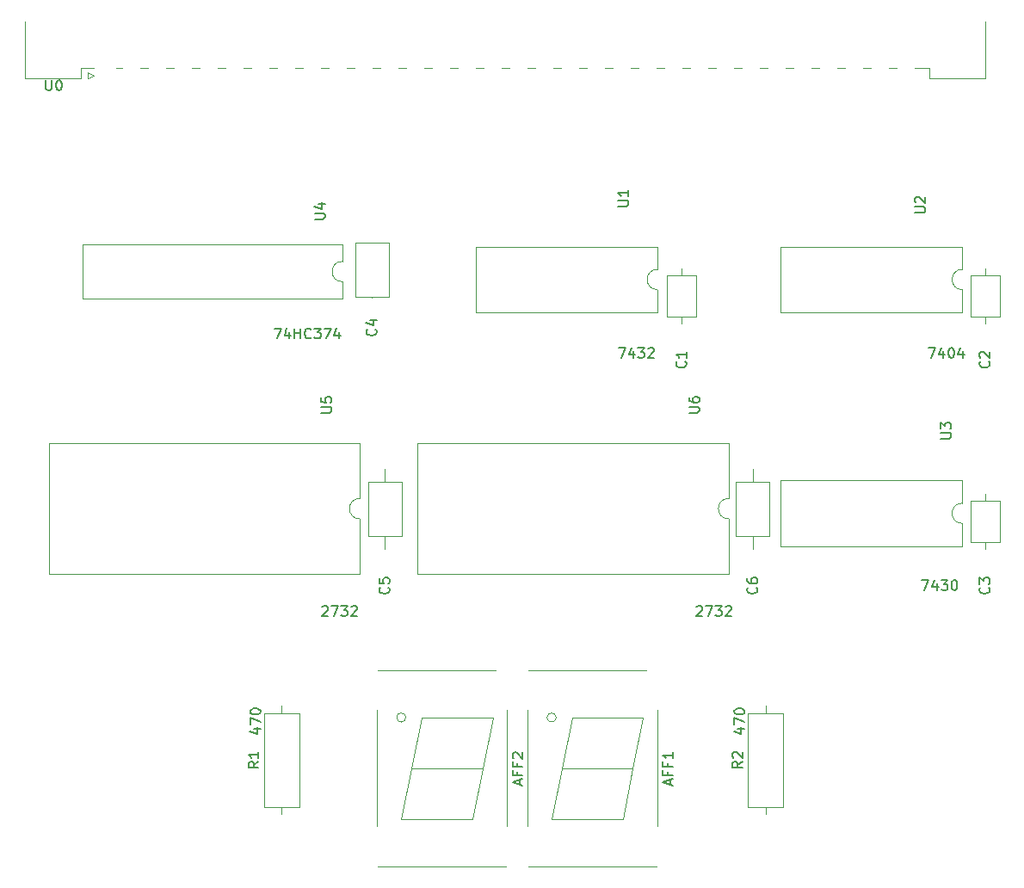
<source format=gbr>
%TF.GenerationSoftware,KiCad,Pcbnew,(5.1.12)-1*%
%TF.CreationDate,2022-04-03T13:26:01+02:00*%
%TF.ProjectId,ec1834-post,65633138-3334-42d7-906f-73742e6b6963,rev?*%
%TF.SameCoordinates,Original*%
%TF.FileFunction,Legend,Top*%
%TF.FilePolarity,Positive*%
%FSLAX46Y46*%
G04 Gerber Fmt 4.6, Leading zero omitted, Abs format (unit mm)*
G04 Created by KiCad (PCBNEW (5.1.12)-1) date 2022-04-03 13:26:01*
%MOMM*%
%LPD*%
G01*
G04 APERTURE LIST*
%ADD10C,0.150000*%
%ADD11C,0.120000*%
G04 APERTURE END LIST*
D10*
X87185714Y-78287619D02*
X87233333Y-78240000D01*
X87328571Y-78192380D01*
X87566666Y-78192380D01*
X87661904Y-78240000D01*
X87709523Y-78287619D01*
X87757142Y-78382857D01*
X87757142Y-78478095D01*
X87709523Y-78620952D01*
X87138095Y-79192380D01*
X87757142Y-79192380D01*
X88090476Y-78192380D02*
X88757142Y-78192380D01*
X88328571Y-79192380D01*
X89042857Y-78192380D02*
X89661904Y-78192380D01*
X89328571Y-78573333D01*
X89471428Y-78573333D01*
X89566666Y-78620952D01*
X89614285Y-78668571D01*
X89661904Y-78763809D01*
X89661904Y-79001904D01*
X89614285Y-79097142D01*
X89566666Y-79144761D01*
X89471428Y-79192380D01*
X89185714Y-79192380D01*
X89090476Y-79144761D01*
X89042857Y-79097142D01*
X90042857Y-78287619D02*
X90090476Y-78240000D01*
X90185714Y-78192380D01*
X90423809Y-78192380D01*
X90519047Y-78240000D01*
X90566666Y-78287619D01*
X90614285Y-78382857D01*
X90614285Y-78478095D01*
X90566666Y-78620952D01*
X89995238Y-79192380D01*
X90614285Y-79192380D01*
X43600714Y-90296904D02*
X44267380Y-90296904D01*
X43219761Y-90535000D02*
X43934047Y-90773095D01*
X43934047Y-90154047D01*
X43267380Y-89868333D02*
X43267380Y-89201666D01*
X44267380Y-89630238D01*
X43267380Y-88630238D02*
X43267380Y-88535000D01*
X43315000Y-88439761D01*
X43362619Y-88392142D01*
X43457857Y-88344523D01*
X43648333Y-88296904D01*
X43886428Y-88296904D01*
X44076904Y-88344523D01*
X44172142Y-88392142D01*
X44219761Y-88439761D01*
X44267380Y-88535000D01*
X44267380Y-88630238D01*
X44219761Y-88725476D01*
X44172142Y-88773095D01*
X44076904Y-88820714D01*
X43886428Y-88868333D01*
X43648333Y-88868333D01*
X43457857Y-88820714D01*
X43362619Y-88773095D01*
X43315000Y-88725476D01*
X43267380Y-88630238D01*
X91225714Y-90296904D02*
X91892380Y-90296904D01*
X90844761Y-90535000D02*
X91559047Y-90773095D01*
X91559047Y-90154047D01*
X90892380Y-89868333D02*
X90892380Y-89201666D01*
X91892380Y-89630238D01*
X90892380Y-88630238D02*
X90892380Y-88535000D01*
X90940000Y-88439761D01*
X90987619Y-88392142D01*
X91082857Y-88344523D01*
X91273333Y-88296904D01*
X91511428Y-88296904D01*
X91701904Y-88344523D01*
X91797142Y-88392142D01*
X91844761Y-88439761D01*
X91892380Y-88535000D01*
X91892380Y-88630238D01*
X91844761Y-88725476D01*
X91797142Y-88773095D01*
X91701904Y-88820714D01*
X91511428Y-88868333D01*
X91273333Y-88868333D01*
X91082857Y-88820714D01*
X90987619Y-88773095D01*
X90940000Y-88725476D01*
X90892380Y-88630238D01*
X109363095Y-75652380D02*
X110029761Y-75652380D01*
X109601190Y-76652380D01*
X110839285Y-75985714D02*
X110839285Y-76652380D01*
X110601190Y-75604761D02*
X110363095Y-76319047D01*
X110982142Y-76319047D01*
X111267857Y-75652380D02*
X111886904Y-75652380D01*
X111553571Y-76033333D01*
X111696428Y-76033333D01*
X111791666Y-76080952D01*
X111839285Y-76128571D01*
X111886904Y-76223809D01*
X111886904Y-76461904D01*
X111839285Y-76557142D01*
X111791666Y-76604761D01*
X111696428Y-76652380D01*
X111410714Y-76652380D01*
X111315476Y-76604761D01*
X111267857Y-76557142D01*
X112505952Y-75652380D02*
X112601190Y-75652380D01*
X112696428Y-75700000D01*
X112744047Y-75747619D01*
X112791666Y-75842857D01*
X112839285Y-76033333D01*
X112839285Y-76271428D01*
X112791666Y-76461904D01*
X112744047Y-76557142D01*
X112696428Y-76604761D01*
X112601190Y-76652380D01*
X112505952Y-76652380D01*
X112410714Y-76604761D01*
X112363095Y-76557142D01*
X112315476Y-76461904D01*
X112267857Y-76271428D01*
X112267857Y-76033333D01*
X112315476Y-75842857D01*
X112363095Y-75747619D01*
X112410714Y-75700000D01*
X112505952Y-75652380D01*
X50355714Y-78287619D02*
X50403333Y-78240000D01*
X50498571Y-78192380D01*
X50736666Y-78192380D01*
X50831904Y-78240000D01*
X50879523Y-78287619D01*
X50927142Y-78382857D01*
X50927142Y-78478095D01*
X50879523Y-78620952D01*
X50308095Y-79192380D01*
X50927142Y-79192380D01*
X51260476Y-78192380D02*
X51927142Y-78192380D01*
X51498571Y-79192380D01*
X52212857Y-78192380D02*
X52831904Y-78192380D01*
X52498571Y-78573333D01*
X52641428Y-78573333D01*
X52736666Y-78620952D01*
X52784285Y-78668571D01*
X52831904Y-78763809D01*
X52831904Y-79001904D01*
X52784285Y-79097142D01*
X52736666Y-79144761D01*
X52641428Y-79192380D01*
X52355714Y-79192380D01*
X52260476Y-79144761D01*
X52212857Y-79097142D01*
X53212857Y-78287619D02*
X53260476Y-78240000D01*
X53355714Y-78192380D01*
X53593809Y-78192380D01*
X53689047Y-78240000D01*
X53736666Y-78287619D01*
X53784285Y-78382857D01*
X53784285Y-78478095D01*
X53736666Y-78620952D01*
X53165238Y-79192380D01*
X53784285Y-79192380D01*
X45633095Y-50887380D02*
X46299761Y-50887380D01*
X45871190Y-51887380D01*
X47109285Y-51220714D02*
X47109285Y-51887380D01*
X46871190Y-50839761D02*
X46633095Y-51554047D01*
X47252142Y-51554047D01*
X47633095Y-51887380D02*
X47633095Y-50887380D01*
X47633095Y-51363571D02*
X48204523Y-51363571D01*
X48204523Y-51887380D02*
X48204523Y-50887380D01*
X49252142Y-51792142D02*
X49204523Y-51839761D01*
X49061666Y-51887380D01*
X48966428Y-51887380D01*
X48823571Y-51839761D01*
X48728333Y-51744523D01*
X48680714Y-51649285D01*
X48633095Y-51458809D01*
X48633095Y-51315952D01*
X48680714Y-51125476D01*
X48728333Y-51030238D01*
X48823571Y-50935000D01*
X48966428Y-50887380D01*
X49061666Y-50887380D01*
X49204523Y-50935000D01*
X49252142Y-50982619D01*
X49585476Y-50887380D02*
X50204523Y-50887380D01*
X49871190Y-51268333D01*
X50014047Y-51268333D01*
X50109285Y-51315952D01*
X50156904Y-51363571D01*
X50204523Y-51458809D01*
X50204523Y-51696904D01*
X50156904Y-51792142D01*
X50109285Y-51839761D01*
X50014047Y-51887380D01*
X49728333Y-51887380D01*
X49633095Y-51839761D01*
X49585476Y-51792142D01*
X50537857Y-50887380D02*
X51204523Y-50887380D01*
X50775952Y-51887380D01*
X52014047Y-51220714D02*
X52014047Y-51887380D01*
X51775952Y-50839761D02*
X51537857Y-51554047D01*
X52156904Y-51554047D01*
X79518095Y-52792380D02*
X80184761Y-52792380D01*
X79756190Y-53792380D01*
X80994285Y-53125714D02*
X80994285Y-53792380D01*
X80756190Y-52744761D02*
X80518095Y-53459047D01*
X81137142Y-53459047D01*
X81422857Y-52792380D02*
X82041904Y-52792380D01*
X81708571Y-53173333D01*
X81851428Y-53173333D01*
X81946666Y-53220952D01*
X81994285Y-53268571D01*
X82041904Y-53363809D01*
X82041904Y-53601904D01*
X81994285Y-53697142D01*
X81946666Y-53744761D01*
X81851428Y-53792380D01*
X81565714Y-53792380D01*
X81470476Y-53744761D01*
X81422857Y-53697142D01*
X82422857Y-52887619D02*
X82470476Y-52840000D01*
X82565714Y-52792380D01*
X82803809Y-52792380D01*
X82899047Y-52840000D01*
X82946666Y-52887619D01*
X82994285Y-52982857D01*
X82994285Y-53078095D01*
X82946666Y-53220952D01*
X82375238Y-53792380D01*
X82994285Y-53792380D01*
X109998095Y-52792380D02*
X110664761Y-52792380D01*
X110236190Y-53792380D01*
X111474285Y-53125714D02*
X111474285Y-53792380D01*
X111236190Y-52744761D02*
X110998095Y-53459047D01*
X111617142Y-53459047D01*
X112188571Y-52792380D02*
X112283809Y-52792380D01*
X112379047Y-52840000D01*
X112426666Y-52887619D01*
X112474285Y-52982857D01*
X112521904Y-53173333D01*
X112521904Y-53411428D01*
X112474285Y-53601904D01*
X112426666Y-53697142D01*
X112379047Y-53744761D01*
X112283809Y-53792380D01*
X112188571Y-53792380D01*
X112093333Y-53744761D01*
X112045714Y-53697142D01*
X111998095Y-53601904D01*
X111950476Y-53411428D01*
X111950476Y-53173333D01*
X111998095Y-52982857D01*
X112045714Y-52887619D01*
X112093333Y-52840000D01*
X112188571Y-52792380D01*
X113379047Y-53125714D02*
X113379047Y-53792380D01*
X113140952Y-52744761D02*
X112902857Y-53459047D01*
X113521904Y-53459047D01*
D11*
%TO.C,C1*%
X85725000Y-44975000D02*
X85725000Y-45665000D01*
X85725000Y-50395000D02*
X85725000Y-49705000D01*
X84305000Y-45665000D02*
X84305000Y-49705000D01*
X87145000Y-45665000D02*
X84305000Y-45665000D01*
X87145000Y-49705000D02*
X87145000Y-45665000D01*
X84305000Y-49705000D02*
X87145000Y-49705000D01*
%TO.C,U2*%
X113330000Y-45080000D02*
X113330000Y-42845000D01*
X113330000Y-42845000D02*
X95430000Y-42845000D01*
X95430000Y-42845000D02*
X95430000Y-49315000D01*
X95430000Y-49315000D02*
X113330000Y-49315000D01*
X113330000Y-49315000D02*
X113330000Y-47080000D01*
X113330000Y-47080000D02*
G75*
G02*
X113330000Y-45080000I0J1000000D01*
G01*
%TO.C,U5*%
X54035000Y-67620000D02*
X54035000Y-62160000D01*
X54035000Y-62160000D02*
X23435000Y-62160000D01*
X23435000Y-62160000D02*
X23435000Y-75080000D01*
X23435000Y-75080000D02*
X54035000Y-75080000D01*
X54035000Y-75080000D02*
X54035000Y-69620000D01*
X54035000Y-69620000D02*
G75*
G02*
X54035000Y-67620000I0J1000000D01*
G01*
%TO.C,C6*%
X92710000Y-64700000D02*
X92710000Y-65990000D01*
X92710000Y-72620000D02*
X92710000Y-71330000D01*
X91040000Y-65990000D02*
X91040000Y-71330000D01*
X94380000Y-65990000D02*
X91040000Y-65990000D01*
X94380000Y-71330000D02*
X94380000Y-65990000D01*
X91040000Y-71330000D02*
X94380000Y-71330000D01*
%TO.C,C5*%
X56515000Y-64700000D02*
X56515000Y-65990000D01*
X56515000Y-72620000D02*
X56515000Y-71330000D01*
X54845000Y-65990000D02*
X54845000Y-71330000D01*
X58185000Y-65990000D02*
X54845000Y-65990000D01*
X58185000Y-71330000D02*
X58185000Y-65990000D01*
X54845000Y-71330000D02*
X58185000Y-71330000D01*
%TO.C,C4*%
X55245000Y-42435000D02*
X55245000Y-42475000D01*
X55245000Y-47855000D02*
X55245000Y-47815000D01*
X53575000Y-42475000D02*
X53575000Y-47815000D01*
X56915000Y-42475000D02*
X53575000Y-42475000D01*
X56915000Y-47815000D02*
X56915000Y-42475000D01*
X53575000Y-47815000D02*
X56915000Y-47815000D01*
%TO.C,C3*%
X115570000Y-67200000D02*
X115570000Y-67890000D01*
X115570000Y-72620000D02*
X115570000Y-71930000D01*
X114150000Y-67890000D02*
X114150000Y-71930000D01*
X116990000Y-67890000D02*
X114150000Y-67890000D01*
X116990000Y-71930000D02*
X116990000Y-67890000D01*
X114150000Y-71930000D02*
X116990000Y-71930000D01*
%TO.C,C2*%
X115570000Y-44975000D02*
X115570000Y-45665000D01*
X115570000Y-50395000D02*
X115570000Y-49705000D01*
X114150000Y-45665000D02*
X114150000Y-49705000D01*
X116990000Y-45665000D02*
X114150000Y-45665000D01*
X116990000Y-49705000D02*
X116990000Y-45665000D01*
X114150000Y-49705000D02*
X116990000Y-49705000D01*
%TO.C,U1*%
X83330000Y-45080000D02*
X83330000Y-42845000D01*
X83330000Y-42845000D02*
X65430000Y-42845000D01*
X65430000Y-42845000D02*
X65430000Y-49315000D01*
X65430000Y-49315000D02*
X83330000Y-49315000D01*
X83330000Y-49315000D02*
X83330000Y-47080000D01*
X83330000Y-47080000D02*
G75*
G02*
X83330000Y-45080000I0J1000000D01*
G01*
%TO.C,U4*%
X52330000Y-44295000D02*
X52330000Y-42645000D01*
X52330000Y-42645000D02*
X26810000Y-42645000D01*
X26810000Y-42645000D02*
X26810000Y-47945000D01*
X26810000Y-47945000D02*
X52330000Y-47945000D01*
X52330000Y-47945000D02*
X52330000Y-46295000D01*
X52330000Y-46295000D02*
G75*
G02*
X52330000Y-44295000I0J1000000D01*
G01*
%TO.C,U0*%
X21110000Y-20700000D02*
X21110000Y-26260000D01*
X21110000Y-26260000D02*
X26630000Y-26260000D01*
X26630000Y-26260000D02*
X26630000Y-25260000D01*
X115630000Y-20700000D02*
X115630000Y-26260000D01*
X115630000Y-26260000D02*
X110110000Y-26260000D01*
X110110000Y-26260000D02*
X110110000Y-25260000D01*
X26629000Y-25260000D02*
X27905000Y-25260000D01*
X30095000Y-25260000D02*
X30671000Y-25260000D01*
X32410000Y-25260000D02*
X33211000Y-25260000D01*
X34950000Y-25260000D02*
X35751000Y-25260000D01*
X37490000Y-25260000D02*
X38291000Y-25260000D01*
X40030000Y-25260000D02*
X40831000Y-25260000D01*
X42570000Y-25260000D02*
X43371000Y-25260000D01*
X45110000Y-25260000D02*
X45911000Y-25260000D01*
X47650000Y-25260000D02*
X48451000Y-25260000D01*
X50190000Y-25260000D02*
X50991000Y-25260000D01*
X52730000Y-25260000D02*
X53531000Y-25260000D01*
X55270000Y-25260000D02*
X56071000Y-25260000D01*
X57810000Y-25260000D02*
X58611000Y-25260000D01*
X60350000Y-25260000D02*
X61151000Y-25260000D01*
X62890000Y-25260000D02*
X63691000Y-25260000D01*
X65430000Y-25260000D02*
X66231000Y-25260000D01*
X67970000Y-25260000D02*
X68771000Y-25260000D01*
X70510000Y-25260000D02*
X71311000Y-25260000D01*
X73050000Y-25260000D02*
X73851000Y-25260000D01*
X75590000Y-25260000D02*
X76391000Y-25260000D01*
X78130000Y-25260000D02*
X78931000Y-25260000D01*
X80670000Y-25260000D02*
X81471000Y-25260000D01*
X83210000Y-25260000D02*
X84011000Y-25260000D01*
X85750000Y-25260000D02*
X86551000Y-25260000D01*
X88290000Y-25260000D02*
X89091000Y-25260000D01*
X90830000Y-25260000D02*
X91631000Y-25260000D01*
X93370000Y-25260000D02*
X94171000Y-25260000D01*
X95910000Y-25260000D02*
X96711000Y-25260000D01*
X98450000Y-25260000D02*
X99251000Y-25260000D01*
X100990000Y-25260000D02*
X101791000Y-25260000D01*
X103530000Y-25260000D02*
X104331000Y-25260000D01*
X106070000Y-25260000D02*
X106871000Y-25260000D01*
X108610000Y-25260000D02*
X110110000Y-25260000D01*
X27905000Y-26000000D02*
X27305000Y-25700000D01*
X27305000Y-25700000D02*
X27305000Y-26300000D01*
X27305000Y-26300000D02*
X27905000Y-26000000D01*
%TO.C,U6*%
X90330000Y-67620000D02*
X90330000Y-62160000D01*
X90330000Y-62160000D02*
X59730000Y-62160000D01*
X59730000Y-62160000D02*
X59730000Y-75080000D01*
X59730000Y-75080000D02*
X90330000Y-75080000D01*
X90330000Y-75080000D02*
X90330000Y-69620000D01*
X90330000Y-69620000D02*
G75*
G02*
X90330000Y-67620000I0J1000000D01*
G01*
%TO.C,U3*%
X113330000Y-68080000D02*
X113330000Y-65845000D01*
X113330000Y-65845000D02*
X95430000Y-65845000D01*
X95430000Y-65845000D02*
X95430000Y-72315000D01*
X95430000Y-72315000D02*
X113330000Y-72315000D01*
X113330000Y-72315000D02*
X113330000Y-70080000D01*
X113330000Y-70080000D02*
G75*
G02*
X113330000Y-68080000I0J1000000D01*
G01*
%TO.C,R2*%
X92260000Y-97965000D02*
X95700000Y-97965000D01*
X95700000Y-97965000D02*
X95700000Y-88725000D01*
X95700000Y-88725000D02*
X92260000Y-88725000D01*
X92260000Y-88725000D02*
X92260000Y-97965000D01*
X93980000Y-98655000D02*
X93980000Y-97965000D01*
X93980000Y-88035000D02*
X93980000Y-88725000D01*
%TO.C,R1*%
X44635000Y-97965000D02*
X48075000Y-97965000D01*
X48075000Y-97965000D02*
X48075000Y-88725000D01*
X48075000Y-88725000D02*
X44635000Y-88725000D01*
X44635000Y-88725000D02*
X44635000Y-97965000D01*
X46355000Y-98655000D02*
X46355000Y-97965000D01*
X46355000Y-88035000D02*
X46355000Y-88725000D01*
%TO.C,AFF2*%
X58577214Y-89175000D02*
G75*
G03*
X58577214Y-89175000I-447214J0D01*
G01*
X65130000Y-99175000D02*
X58130000Y-99175000D01*
X59130000Y-94175000D02*
X66130000Y-94175000D01*
X58130000Y-99175000D02*
X59130000Y-94175000D01*
X60130000Y-89175000D02*
X59130000Y-94175000D01*
X67130000Y-89175000D02*
X60130000Y-89175000D01*
X66130000Y-94175000D02*
X67130000Y-89175000D01*
X65130000Y-99175000D02*
X66130000Y-94175000D01*
X55830000Y-103810000D02*
X68430000Y-103810000D01*
X67430000Y-84540000D02*
X55830000Y-84540000D01*
X55720000Y-88460000D02*
X55720000Y-99890000D01*
X68540000Y-88460000D02*
X68540000Y-99890000D01*
%TO.C,AFF1*%
X73367214Y-89175000D02*
G75*
G03*
X73367214Y-89175000I-447214J0D01*
G01*
X79920000Y-99175000D02*
X72920000Y-99175000D01*
X73920000Y-94175000D02*
X80920000Y-94175000D01*
X72920000Y-99175000D02*
X73920000Y-94175000D01*
X74920000Y-89175000D02*
X73920000Y-94175000D01*
X81920000Y-89175000D02*
X74920000Y-89175000D01*
X80920000Y-94175000D02*
X81920000Y-89175000D01*
X79920000Y-99175000D02*
X80920000Y-94175000D01*
X70620000Y-103810000D02*
X83220000Y-103810000D01*
X82220000Y-84540000D02*
X70620000Y-84540000D01*
X70510000Y-88460000D02*
X70510000Y-99890000D01*
X83330000Y-88460000D02*
X83330000Y-99890000D01*
%TO.C,C1*%
D10*
X86082142Y-54141666D02*
X86129761Y-54189285D01*
X86177380Y-54332142D01*
X86177380Y-54427380D01*
X86129761Y-54570238D01*
X86034523Y-54665476D01*
X85939285Y-54713095D01*
X85748809Y-54760714D01*
X85605952Y-54760714D01*
X85415476Y-54713095D01*
X85320238Y-54665476D01*
X85225000Y-54570238D01*
X85177380Y-54427380D01*
X85177380Y-54332142D01*
X85225000Y-54189285D01*
X85272619Y-54141666D01*
X86177380Y-53189285D02*
X86177380Y-53760714D01*
X86177380Y-53475000D02*
X85177380Y-53475000D01*
X85320238Y-53570238D01*
X85415476Y-53665476D01*
X85463095Y-53760714D01*
%TO.C,U2*%
X108672380Y-39496904D02*
X109481904Y-39496904D01*
X109577142Y-39449285D01*
X109624761Y-39401666D01*
X109672380Y-39306428D01*
X109672380Y-39115952D01*
X109624761Y-39020714D01*
X109577142Y-38973095D01*
X109481904Y-38925476D01*
X108672380Y-38925476D01*
X108767619Y-38496904D02*
X108720000Y-38449285D01*
X108672380Y-38354047D01*
X108672380Y-38115952D01*
X108720000Y-38020714D01*
X108767619Y-37973095D01*
X108862857Y-37925476D01*
X108958095Y-37925476D01*
X109100952Y-37973095D01*
X109672380Y-38544523D01*
X109672380Y-37925476D01*
%TO.C,U5*%
X50252380Y-59181904D02*
X51061904Y-59181904D01*
X51157142Y-59134285D01*
X51204761Y-59086666D01*
X51252380Y-58991428D01*
X51252380Y-58800952D01*
X51204761Y-58705714D01*
X51157142Y-58658095D01*
X51061904Y-58610476D01*
X50252380Y-58610476D01*
X50252380Y-57658095D02*
X50252380Y-58134285D01*
X50728571Y-58181904D01*
X50680952Y-58134285D01*
X50633333Y-58039047D01*
X50633333Y-57800952D01*
X50680952Y-57705714D01*
X50728571Y-57658095D01*
X50823809Y-57610476D01*
X51061904Y-57610476D01*
X51157142Y-57658095D01*
X51204761Y-57705714D01*
X51252380Y-57800952D01*
X51252380Y-58039047D01*
X51204761Y-58134285D01*
X51157142Y-58181904D01*
%TO.C,C6*%
X93067142Y-76366666D02*
X93114761Y-76414285D01*
X93162380Y-76557142D01*
X93162380Y-76652380D01*
X93114761Y-76795238D01*
X93019523Y-76890476D01*
X92924285Y-76938095D01*
X92733809Y-76985714D01*
X92590952Y-76985714D01*
X92400476Y-76938095D01*
X92305238Y-76890476D01*
X92210000Y-76795238D01*
X92162380Y-76652380D01*
X92162380Y-76557142D01*
X92210000Y-76414285D01*
X92257619Y-76366666D01*
X92162380Y-75509523D02*
X92162380Y-75700000D01*
X92210000Y-75795238D01*
X92257619Y-75842857D01*
X92400476Y-75938095D01*
X92590952Y-75985714D01*
X92971904Y-75985714D01*
X93067142Y-75938095D01*
X93114761Y-75890476D01*
X93162380Y-75795238D01*
X93162380Y-75604761D01*
X93114761Y-75509523D01*
X93067142Y-75461904D01*
X92971904Y-75414285D01*
X92733809Y-75414285D01*
X92638571Y-75461904D01*
X92590952Y-75509523D01*
X92543333Y-75604761D01*
X92543333Y-75795238D01*
X92590952Y-75890476D01*
X92638571Y-75938095D01*
X92733809Y-75985714D01*
%TO.C,C5*%
X56872142Y-76366666D02*
X56919761Y-76414285D01*
X56967380Y-76557142D01*
X56967380Y-76652380D01*
X56919761Y-76795238D01*
X56824523Y-76890476D01*
X56729285Y-76938095D01*
X56538809Y-76985714D01*
X56395952Y-76985714D01*
X56205476Y-76938095D01*
X56110238Y-76890476D01*
X56015000Y-76795238D01*
X55967380Y-76652380D01*
X55967380Y-76557142D01*
X56015000Y-76414285D01*
X56062619Y-76366666D01*
X55967380Y-75461904D02*
X55967380Y-75938095D01*
X56443571Y-75985714D01*
X56395952Y-75938095D01*
X56348333Y-75842857D01*
X56348333Y-75604761D01*
X56395952Y-75509523D01*
X56443571Y-75461904D01*
X56538809Y-75414285D01*
X56776904Y-75414285D01*
X56872142Y-75461904D01*
X56919761Y-75509523D01*
X56967380Y-75604761D01*
X56967380Y-75842857D01*
X56919761Y-75938095D01*
X56872142Y-75985714D01*
%TO.C,C4*%
X55602142Y-50966666D02*
X55649761Y-51014285D01*
X55697380Y-51157142D01*
X55697380Y-51252380D01*
X55649761Y-51395238D01*
X55554523Y-51490476D01*
X55459285Y-51538095D01*
X55268809Y-51585714D01*
X55125952Y-51585714D01*
X54935476Y-51538095D01*
X54840238Y-51490476D01*
X54745000Y-51395238D01*
X54697380Y-51252380D01*
X54697380Y-51157142D01*
X54745000Y-51014285D01*
X54792619Y-50966666D01*
X55030714Y-50109523D02*
X55697380Y-50109523D01*
X54649761Y-50347619D02*
X55364047Y-50585714D01*
X55364047Y-49966666D01*
%TO.C,C3*%
X115927142Y-76366666D02*
X115974761Y-76414285D01*
X116022380Y-76557142D01*
X116022380Y-76652380D01*
X115974761Y-76795238D01*
X115879523Y-76890476D01*
X115784285Y-76938095D01*
X115593809Y-76985714D01*
X115450952Y-76985714D01*
X115260476Y-76938095D01*
X115165238Y-76890476D01*
X115070000Y-76795238D01*
X115022380Y-76652380D01*
X115022380Y-76557142D01*
X115070000Y-76414285D01*
X115117619Y-76366666D01*
X115022380Y-76033333D02*
X115022380Y-75414285D01*
X115403333Y-75747619D01*
X115403333Y-75604761D01*
X115450952Y-75509523D01*
X115498571Y-75461904D01*
X115593809Y-75414285D01*
X115831904Y-75414285D01*
X115927142Y-75461904D01*
X115974761Y-75509523D01*
X116022380Y-75604761D01*
X116022380Y-75890476D01*
X115974761Y-75985714D01*
X115927142Y-76033333D01*
%TO.C,C2*%
X115927142Y-54141666D02*
X115974761Y-54189285D01*
X116022380Y-54332142D01*
X116022380Y-54427380D01*
X115974761Y-54570238D01*
X115879523Y-54665476D01*
X115784285Y-54713095D01*
X115593809Y-54760714D01*
X115450952Y-54760714D01*
X115260476Y-54713095D01*
X115165238Y-54665476D01*
X115070000Y-54570238D01*
X115022380Y-54427380D01*
X115022380Y-54332142D01*
X115070000Y-54189285D01*
X115117619Y-54141666D01*
X115117619Y-53760714D02*
X115070000Y-53713095D01*
X115022380Y-53617857D01*
X115022380Y-53379761D01*
X115070000Y-53284523D01*
X115117619Y-53236904D01*
X115212857Y-53189285D01*
X115308095Y-53189285D01*
X115450952Y-53236904D01*
X116022380Y-53808333D01*
X116022380Y-53189285D01*
%TO.C,U1*%
X79462380Y-38861904D02*
X80271904Y-38861904D01*
X80367142Y-38814285D01*
X80414761Y-38766666D01*
X80462380Y-38671428D01*
X80462380Y-38480952D01*
X80414761Y-38385714D01*
X80367142Y-38338095D01*
X80271904Y-38290476D01*
X79462380Y-38290476D01*
X80462380Y-37290476D02*
X80462380Y-37861904D01*
X80462380Y-37576190D02*
X79462380Y-37576190D01*
X79605238Y-37671428D01*
X79700476Y-37766666D01*
X79748095Y-37861904D01*
%TO.C,U4*%
X49617380Y-40131904D02*
X50426904Y-40131904D01*
X50522142Y-40084285D01*
X50569761Y-40036666D01*
X50617380Y-39941428D01*
X50617380Y-39750952D01*
X50569761Y-39655714D01*
X50522142Y-39608095D01*
X50426904Y-39560476D01*
X49617380Y-39560476D01*
X49950714Y-38655714D02*
X50617380Y-38655714D01*
X49569761Y-38893809D02*
X50284047Y-39131904D01*
X50284047Y-38512857D01*
%TO.C,U0*%
X23158095Y-26452380D02*
X23158095Y-27261904D01*
X23205714Y-27357142D01*
X23253333Y-27404761D01*
X23348571Y-27452380D01*
X23539047Y-27452380D01*
X23634285Y-27404761D01*
X23681904Y-27357142D01*
X23729523Y-27261904D01*
X23729523Y-26452380D01*
X24396190Y-26452380D02*
X24491428Y-26452380D01*
X24586666Y-26500000D01*
X24634285Y-26547619D01*
X24681904Y-26642857D01*
X24729523Y-26833333D01*
X24729523Y-27071428D01*
X24681904Y-27261904D01*
X24634285Y-27357142D01*
X24586666Y-27404761D01*
X24491428Y-27452380D01*
X24396190Y-27452380D01*
X24300952Y-27404761D01*
X24253333Y-27357142D01*
X24205714Y-27261904D01*
X24158095Y-27071428D01*
X24158095Y-26833333D01*
X24205714Y-26642857D01*
X24253333Y-26547619D01*
X24300952Y-26500000D01*
X24396190Y-26452380D01*
%TO.C,U6*%
X86447380Y-59181904D02*
X87256904Y-59181904D01*
X87352142Y-59134285D01*
X87399761Y-59086666D01*
X87447380Y-58991428D01*
X87447380Y-58800952D01*
X87399761Y-58705714D01*
X87352142Y-58658095D01*
X87256904Y-58610476D01*
X86447380Y-58610476D01*
X86447380Y-57705714D02*
X86447380Y-57896190D01*
X86495000Y-57991428D01*
X86542619Y-58039047D01*
X86685476Y-58134285D01*
X86875952Y-58181904D01*
X87256904Y-58181904D01*
X87352142Y-58134285D01*
X87399761Y-58086666D01*
X87447380Y-57991428D01*
X87447380Y-57800952D01*
X87399761Y-57705714D01*
X87352142Y-57658095D01*
X87256904Y-57610476D01*
X87018809Y-57610476D01*
X86923571Y-57658095D01*
X86875952Y-57705714D01*
X86828333Y-57800952D01*
X86828333Y-57991428D01*
X86875952Y-58086666D01*
X86923571Y-58134285D01*
X87018809Y-58181904D01*
%TO.C,U3*%
X111212380Y-61721904D02*
X112021904Y-61721904D01*
X112117142Y-61674285D01*
X112164761Y-61626666D01*
X112212380Y-61531428D01*
X112212380Y-61340952D01*
X112164761Y-61245714D01*
X112117142Y-61198095D01*
X112021904Y-61150476D01*
X111212380Y-61150476D01*
X111212380Y-60769523D02*
X111212380Y-60150476D01*
X111593333Y-60483809D01*
X111593333Y-60340952D01*
X111640952Y-60245714D01*
X111688571Y-60198095D01*
X111783809Y-60150476D01*
X112021904Y-60150476D01*
X112117142Y-60198095D01*
X112164761Y-60245714D01*
X112212380Y-60340952D01*
X112212380Y-60626666D01*
X112164761Y-60721904D01*
X112117142Y-60769523D01*
%TO.C,R2*%
X91712380Y-93511666D02*
X91236190Y-93845000D01*
X91712380Y-94083095D02*
X90712380Y-94083095D01*
X90712380Y-93702142D01*
X90760000Y-93606904D01*
X90807619Y-93559285D01*
X90902857Y-93511666D01*
X91045714Y-93511666D01*
X91140952Y-93559285D01*
X91188571Y-93606904D01*
X91236190Y-93702142D01*
X91236190Y-94083095D01*
X90807619Y-93130714D02*
X90760000Y-93083095D01*
X90712380Y-92987857D01*
X90712380Y-92749761D01*
X90760000Y-92654523D01*
X90807619Y-92606904D01*
X90902857Y-92559285D01*
X90998095Y-92559285D01*
X91140952Y-92606904D01*
X91712380Y-93178333D01*
X91712380Y-92559285D01*
%TO.C,R1*%
X44087380Y-93511666D02*
X43611190Y-93845000D01*
X44087380Y-94083095D02*
X43087380Y-94083095D01*
X43087380Y-93702142D01*
X43135000Y-93606904D01*
X43182619Y-93559285D01*
X43277857Y-93511666D01*
X43420714Y-93511666D01*
X43515952Y-93559285D01*
X43563571Y-93606904D01*
X43611190Y-93702142D01*
X43611190Y-94083095D01*
X44087380Y-92559285D02*
X44087380Y-93130714D01*
X44087380Y-92845000D02*
X43087380Y-92845000D01*
X43230238Y-92940238D01*
X43325476Y-93035476D01*
X43373095Y-93130714D01*
%TO.C,AFF2*%
X69796666Y-95746428D02*
X69796666Y-95270238D01*
X70082380Y-95841666D02*
X69082380Y-95508333D01*
X70082380Y-95175000D01*
X69558571Y-94508333D02*
X69558571Y-94841666D01*
X70082380Y-94841666D02*
X69082380Y-94841666D01*
X69082380Y-94365476D01*
X69558571Y-93651190D02*
X69558571Y-93984523D01*
X70082380Y-93984523D02*
X69082380Y-93984523D01*
X69082380Y-93508333D01*
X69177619Y-93175000D02*
X69130000Y-93127380D01*
X69082380Y-93032142D01*
X69082380Y-92794047D01*
X69130000Y-92698809D01*
X69177619Y-92651190D01*
X69272857Y-92603571D01*
X69368095Y-92603571D01*
X69510952Y-92651190D01*
X70082380Y-93222619D01*
X70082380Y-92603571D01*
%TO.C,AFF1*%
X84586666Y-95746428D02*
X84586666Y-95270238D01*
X84872380Y-95841666D02*
X83872380Y-95508333D01*
X84872380Y-95175000D01*
X84348571Y-94508333D02*
X84348571Y-94841666D01*
X84872380Y-94841666D02*
X83872380Y-94841666D01*
X83872380Y-94365476D01*
X84348571Y-93651190D02*
X84348571Y-93984523D01*
X84872380Y-93984523D02*
X83872380Y-93984523D01*
X83872380Y-93508333D01*
X84872380Y-92603571D02*
X84872380Y-93175000D01*
X84872380Y-92889285D02*
X83872380Y-92889285D01*
X84015238Y-92984523D01*
X84110476Y-93079761D01*
X84158095Y-93175000D01*
%TD*%
M02*

</source>
